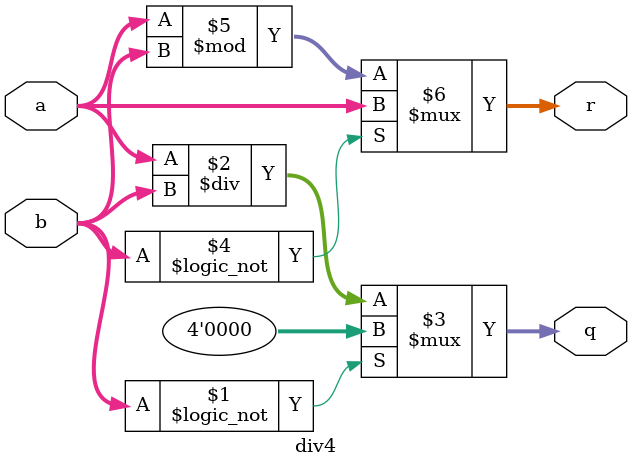
<source format=v>
module div4 (
    input  wire [3:0] a,
    input  wire [3:0] b,
    output wire [3:0] q,
    output wire [3:0] r
);
    assign q = (b == 0) ? 4'd0 : (a / b);
    assign r = (b == 0) ? a    : (a % b);
endmodule

</source>
